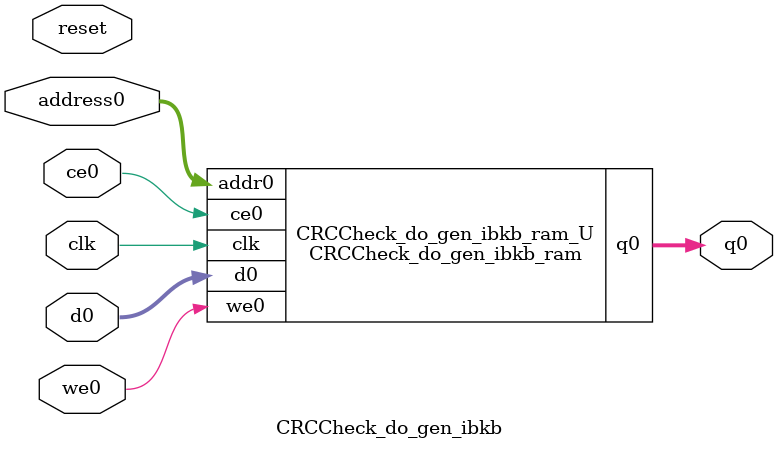
<source format=v>
`timescale 1 ns / 1 ps
module CRCCheck_do_gen_ibkb_ram (addr0, ce0, d0, we0, q0,  clk);

parameter DWIDTH = 8;
parameter AWIDTH = 7;
parameter MEM_SIZE = 68;

input[AWIDTH-1:0] addr0;
input ce0;
input[DWIDTH-1:0] d0;
input we0;
output reg[DWIDTH-1:0] q0;
input clk;

(* ram_style = "distributed" *)reg [DWIDTH-1:0] ram[0:MEM_SIZE-1];




always @(posedge clk)  
begin 
    if (ce0) begin
        if (we0) 
        begin 
            ram[addr0] <= d0; 
            q0 <= d0;
        end 
        else 
            q0 <= ram[addr0];
    end
end


endmodule

`timescale 1 ns / 1 ps
module CRCCheck_do_gen_ibkb(
    reset,
    clk,
    address0,
    ce0,
    we0,
    d0,
    q0);

parameter DataWidth = 32'd8;
parameter AddressRange = 32'd68;
parameter AddressWidth = 32'd7;
input reset;
input clk;
input[AddressWidth - 1:0] address0;
input ce0;
input we0;
input[DataWidth - 1:0] d0;
output[DataWidth - 1:0] q0;



CRCCheck_do_gen_ibkb_ram CRCCheck_do_gen_ibkb_ram_U(
    .clk( clk ),
    .addr0( address0 ),
    .ce0( ce0 ),
    .we0( we0 ),
    .d0( d0 ),
    .q0( q0 ));

endmodule


</source>
